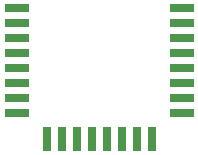
<source format=gbr>
%TF.GenerationSoftware,KiCad,Pcbnew,(5.1.9)-1*%
%TF.CreationDate,2021-12-13T23:40:31+01:00*%
%TF.ProjectId,e18sock,65313873-6f63-46b2-9e6b-696361645f70,rev?*%
%TF.SameCoordinates,Original*%
%TF.FileFunction,Paste,Top*%
%TF.FilePolarity,Positive*%
%FSLAX46Y46*%
G04 Gerber Fmt 4.6, Leading zero omitted, Abs format (unit mm)*
G04 Created by KiCad (PCBNEW (5.1.9)-1) date 2021-12-13 23:40:31*
%MOMM*%
%LPD*%
G01*
G04 APERTURE LIST*
%ADD10R,2.000000X0.800000*%
%ADD11R,0.800000X2.000000*%
G04 APERTURE END LIST*
D10*
%TO.C,E-18-MS1-PCB*%
X121270000Y-48610000D03*
X121270000Y-47340000D03*
X121270000Y-46070000D03*
X121270000Y-44800000D03*
X121270000Y-43530000D03*
X121270000Y-42260000D03*
X121270000Y-40990000D03*
X121270000Y-39720000D03*
D11*
X132700000Y-50870000D03*
X131430000Y-50870000D03*
X130160000Y-50870000D03*
X128890000Y-50870000D03*
X127620000Y-50870000D03*
X126350000Y-50870000D03*
X125080000Y-50870000D03*
X123810000Y-50870000D03*
D10*
X135270000Y-39720000D03*
X135270000Y-40990000D03*
X135270000Y-42260000D03*
X135270000Y-43530000D03*
X135270000Y-44800000D03*
X135270000Y-46070000D03*
X135270000Y-47340000D03*
X135270000Y-48610000D03*
%TD*%
M02*

</source>
